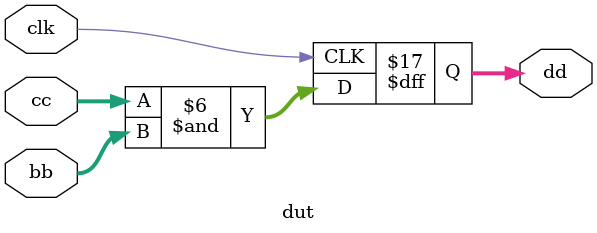
<source format=v>
/**
    15,23
*/

module dut (input wire [0:7] bb,
    input wire [0:7] cc,
    input clk, 
    output reg [0:7] dd ); 
    reg [4:0] i,j;
    reg [0:7] aa [0:15];

    always @(posedge clk) begin
        for (i=0; i<7; i=i+1)         
            for (j=0; j <i+1; j =j+1)            
                aa[i][j] = cc;
        dd = cc & bb;
    end      
        
 
    always @(posedge clk) begin
        for (i=0; i<7; i=i+1)         
            for (j=i; j <15; j=j+1)           
                aa[i][j] = bb; 
    end   
        
endmodule

</source>
